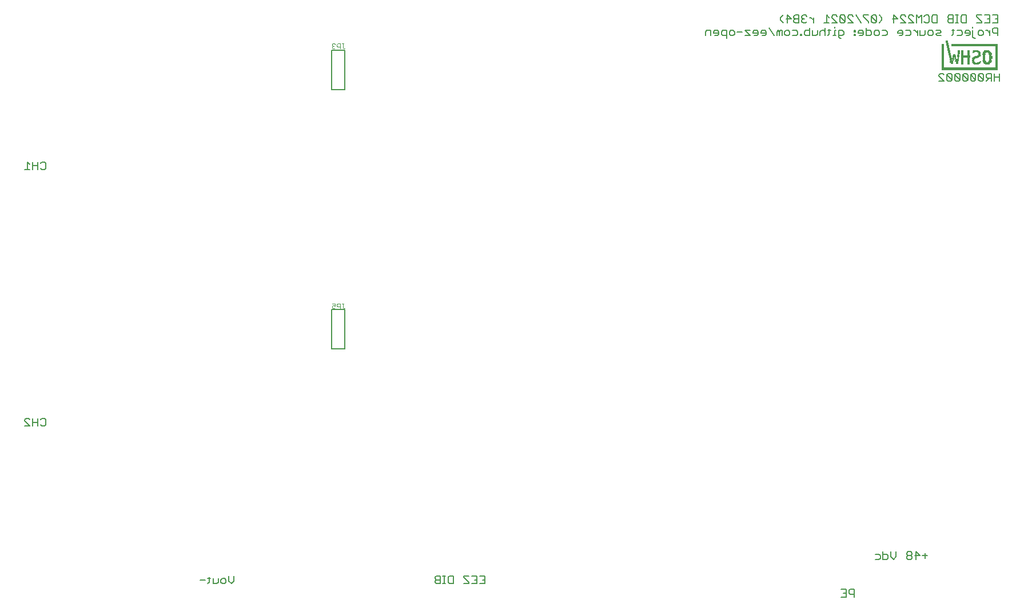
<source format=gbo>
G75*
%MOIN*%
%OFA0B0*%
%FSLAX25Y25*%
%IPPOS*%
%LPD*%
%AMOC8*
5,1,8,0,0,1.08239X$1,22.5*
%
%ADD10C,0.00500*%
%ADD11R,0.32700X0.00300*%
%ADD12R,0.01500X0.00300*%
%ADD13R,0.02700X0.00300*%
%ADD14R,0.03000X0.00300*%
%ADD15R,0.03600X0.00300*%
%ADD16R,0.04200X0.00300*%
%ADD17R,0.04800X0.00300*%
%ADD18R,0.04500X0.00300*%
%ADD19R,0.02100X0.00300*%
%ADD20R,0.01800X0.00300*%
%ADD21R,0.01200X0.00300*%
%ADD22R,0.00600X0.00300*%
%ADD23R,0.00900X0.00300*%
%ADD24R,0.02400X0.00300*%
%ADD25R,0.03300X0.00300*%
%ADD26R,0.05400X0.00300*%
%ADD27R,0.03900X0.00300*%
%ADD28R,0.27000X0.00300*%
%ADD29C,0.00600*%
%ADD30C,0.00300*%
D10*
X0214747Y0150033D02*
X0217749Y0150033D01*
X0214747Y0153036D01*
X0214747Y0153787D01*
X0215498Y0154537D01*
X0216999Y0154537D01*
X0217749Y0153787D01*
X0219351Y0154537D02*
X0219351Y0150033D01*
X0219351Y0152285D02*
X0222353Y0152285D01*
X0223955Y0150784D02*
X0224705Y0150033D01*
X0226207Y0150033D01*
X0226957Y0150784D01*
X0226957Y0153787D01*
X0226207Y0154537D01*
X0224705Y0154537D01*
X0223955Y0153787D01*
X0222353Y0154537D02*
X0222353Y0150033D01*
X0333705Y0062537D02*
X0333705Y0059535D01*
X0335206Y0058033D01*
X0336707Y0059535D01*
X0336707Y0062537D01*
X0332103Y0060285D02*
X0332103Y0058784D01*
X0331353Y0058033D01*
X0329852Y0058033D01*
X0329101Y0058784D01*
X0329101Y0060285D01*
X0329852Y0061036D01*
X0331353Y0061036D01*
X0332103Y0060285D01*
X0327499Y0061036D02*
X0327499Y0058784D01*
X0326749Y0058033D01*
X0324497Y0058033D01*
X0324497Y0061036D01*
X0322896Y0061036D02*
X0321394Y0061036D01*
X0322145Y0061787D02*
X0322145Y0058784D01*
X0321394Y0058033D01*
X0319826Y0060285D02*
X0316824Y0060285D01*
X0453866Y0059535D02*
X0453866Y0058784D01*
X0454617Y0058033D01*
X0456868Y0058033D01*
X0456868Y0062537D01*
X0454617Y0062537D01*
X0453866Y0061787D01*
X0453866Y0061036D01*
X0454617Y0060285D01*
X0456868Y0060285D01*
X0454617Y0060285D02*
X0453866Y0059535D01*
X0458436Y0058033D02*
X0459938Y0058033D01*
X0459187Y0058033D02*
X0459187Y0062537D01*
X0459938Y0062537D02*
X0458436Y0062537D01*
X0461539Y0061787D02*
X0462290Y0062537D01*
X0464542Y0062537D01*
X0464542Y0058033D01*
X0462290Y0058033D01*
X0461539Y0058784D01*
X0461539Y0061787D01*
X0470747Y0061787D02*
X0470747Y0062537D01*
X0473749Y0062537D01*
X0475351Y0062537D02*
X0478353Y0062537D01*
X0478353Y0058033D01*
X0475351Y0058033D01*
X0473749Y0058033D02*
X0470747Y0058033D01*
X0473749Y0058033D02*
X0473749Y0058784D01*
X0470747Y0061787D01*
X0476852Y0060285D02*
X0478353Y0060285D01*
X0479955Y0058033D02*
X0482957Y0058033D01*
X0482957Y0062537D01*
X0479955Y0062537D01*
X0481456Y0060285D02*
X0482957Y0060285D01*
X0690601Y0054787D02*
X0693603Y0054787D01*
X0693603Y0050283D01*
X0690601Y0050283D01*
X0692102Y0052535D02*
X0693603Y0052535D01*
X0695205Y0052535D02*
X0695955Y0051785D01*
X0698207Y0051785D01*
X0698207Y0050283D02*
X0698207Y0054787D01*
X0695955Y0054787D01*
X0695205Y0054037D01*
X0695205Y0052535D01*
X0710465Y0072268D02*
X0712717Y0072268D01*
X0713468Y0073018D01*
X0713468Y0074520D01*
X0712717Y0075270D01*
X0710465Y0075270D01*
X0715069Y0075270D02*
X0717321Y0075270D01*
X0718072Y0074520D01*
X0718072Y0073018D01*
X0717321Y0072268D01*
X0715069Y0072268D01*
X0715069Y0076772D01*
X0719673Y0076772D02*
X0719673Y0073769D01*
X0721174Y0072268D01*
X0722676Y0073769D01*
X0722676Y0076772D01*
X0728881Y0076021D02*
X0728881Y0075270D01*
X0729631Y0074520D01*
X0731133Y0074520D01*
X0731883Y0075270D01*
X0731883Y0076021D01*
X0731133Y0076772D01*
X0729631Y0076772D01*
X0728881Y0076021D01*
X0729631Y0074520D02*
X0728881Y0073769D01*
X0728881Y0073018D01*
X0729631Y0072268D01*
X0731133Y0072268D01*
X0731883Y0073018D01*
X0731883Y0073769D01*
X0731133Y0074520D01*
X0733485Y0074520D02*
X0736487Y0074520D01*
X0734235Y0076772D01*
X0734235Y0072268D01*
X0738089Y0074520D02*
X0741091Y0074520D01*
X0739590Y0076021D02*
X0739590Y0073018D01*
X0401327Y0195026D02*
X0401327Y0218041D01*
X0393587Y0218041D01*
X0393587Y0195026D01*
X0401327Y0195026D01*
X0226957Y0300534D02*
X0226207Y0299783D01*
X0224705Y0299783D01*
X0223955Y0300534D01*
X0222353Y0299783D02*
X0222353Y0304287D01*
X0223955Y0303537D02*
X0224705Y0304287D01*
X0226207Y0304287D01*
X0226957Y0303537D01*
X0226957Y0300534D01*
X0222353Y0302035D02*
X0219351Y0302035D01*
X0217749Y0302786D02*
X0216248Y0304287D01*
X0216248Y0299783D01*
X0217749Y0299783D02*
X0214747Y0299783D01*
X0219351Y0299783D02*
X0219351Y0304287D01*
X0393587Y0346526D02*
X0401327Y0346526D01*
X0401327Y0369541D01*
X0393587Y0369541D01*
X0393587Y0346526D01*
X0611679Y0378033D02*
X0611679Y0380285D01*
X0612430Y0381036D01*
X0614681Y0381036D01*
X0614681Y0378033D01*
X0616283Y0379535D02*
X0616283Y0380285D01*
X0617033Y0381036D01*
X0618535Y0381036D01*
X0619285Y0380285D01*
X0619285Y0378784D01*
X0618535Y0378033D01*
X0617033Y0378033D01*
X0616283Y0379535D02*
X0619285Y0379535D01*
X0620887Y0380285D02*
X0620887Y0378784D01*
X0621637Y0378033D01*
X0623889Y0378033D01*
X0623889Y0376532D02*
X0623889Y0381036D01*
X0621637Y0381036D01*
X0620887Y0380285D01*
X0625491Y0380285D02*
X0625491Y0378784D01*
X0626241Y0378033D01*
X0627743Y0378033D01*
X0628493Y0378784D01*
X0628493Y0380285D01*
X0627743Y0381036D01*
X0626241Y0381036D01*
X0625491Y0380285D01*
X0630095Y0380285D02*
X0633097Y0380285D01*
X0634699Y0381036D02*
X0637701Y0378033D01*
X0634699Y0378033D01*
X0634699Y0381036D02*
X0637701Y0381036D01*
X0639302Y0380285D02*
X0639302Y0379535D01*
X0642305Y0379535D01*
X0642305Y0380285D02*
X0642305Y0378784D01*
X0641554Y0378033D01*
X0640053Y0378033D01*
X0639302Y0380285D02*
X0640053Y0381036D01*
X0641554Y0381036D01*
X0642305Y0380285D01*
X0643906Y0380285D02*
X0643906Y0379535D01*
X0646909Y0379535D01*
X0646909Y0380285D02*
X0646909Y0378784D01*
X0646158Y0378033D01*
X0644657Y0378033D01*
X0643906Y0380285D02*
X0644657Y0381036D01*
X0646158Y0381036D01*
X0646909Y0380285D01*
X0648510Y0382537D02*
X0651513Y0378033D01*
X0653114Y0378033D02*
X0653114Y0380285D01*
X0653865Y0381036D01*
X0654615Y0380285D01*
X0654615Y0378033D01*
X0656117Y0378033D02*
X0656117Y0381036D01*
X0655366Y0381036D01*
X0654615Y0380285D01*
X0657718Y0380285D02*
X0657718Y0378784D01*
X0658469Y0378033D01*
X0659970Y0378033D01*
X0660721Y0378784D01*
X0660721Y0380285D01*
X0659970Y0381036D01*
X0658469Y0381036D01*
X0657718Y0380285D01*
X0662322Y0381036D02*
X0664574Y0381036D01*
X0665325Y0380285D01*
X0665325Y0378784D01*
X0664574Y0378033D01*
X0662322Y0378033D01*
X0666876Y0378033D02*
X0667627Y0378033D01*
X0667627Y0378784D01*
X0666876Y0378784D01*
X0666876Y0378033D01*
X0669228Y0378784D02*
X0669228Y0380285D01*
X0669979Y0381036D01*
X0672230Y0381036D01*
X0672230Y0382537D02*
X0672230Y0378033D01*
X0669979Y0378033D01*
X0669228Y0378784D01*
X0673832Y0378033D02*
X0673832Y0381036D01*
X0676834Y0381036D02*
X0676834Y0378784D01*
X0676084Y0378033D01*
X0673832Y0378033D01*
X0678436Y0378033D02*
X0678436Y0380285D01*
X0679186Y0381036D01*
X0680688Y0381036D01*
X0681438Y0380285D01*
X0683006Y0381036D02*
X0684508Y0381036D01*
X0683757Y0381787D02*
X0683757Y0378784D01*
X0683006Y0378033D01*
X0681438Y0378033D02*
X0681438Y0382537D01*
X0680738Y0385533D02*
X0683740Y0385533D01*
X0682239Y0385533D02*
X0682239Y0390037D01*
X0683740Y0388536D01*
X0685342Y0388536D02*
X0685342Y0389287D01*
X0686092Y0390037D01*
X0687594Y0390037D01*
X0688344Y0389287D01*
X0689946Y0389287D02*
X0692948Y0386284D01*
X0692198Y0385533D01*
X0690696Y0385533D01*
X0689946Y0386284D01*
X0689946Y0389287D01*
X0690696Y0390037D01*
X0692198Y0390037D01*
X0692948Y0389287D01*
X0692948Y0386284D01*
X0694550Y0385533D02*
X0697552Y0385533D01*
X0694550Y0388536D01*
X0694550Y0389287D01*
X0695300Y0390037D01*
X0696801Y0390037D01*
X0697552Y0389287D01*
X0699153Y0390037D02*
X0702156Y0385533D01*
X0703757Y0389287D02*
X0706760Y0386284D01*
X0706760Y0385533D01*
X0708361Y0386284D02*
X0709112Y0385533D01*
X0710613Y0385533D01*
X0711364Y0386284D01*
X0708361Y0389287D01*
X0708361Y0386284D01*
X0708361Y0389287D02*
X0709112Y0390037D01*
X0710613Y0390037D01*
X0711364Y0389287D01*
X0711364Y0386284D01*
X0712932Y0385533D02*
X0714433Y0387035D01*
X0714433Y0388536D01*
X0712932Y0390037D01*
X0706760Y0390037D02*
X0703757Y0390037D01*
X0703757Y0389287D01*
X0705292Y0382537D02*
X0705292Y0378033D01*
X0707544Y0378033D01*
X0708295Y0378784D01*
X0708295Y0380285D01*
X0707544Y0381036D01*
X0705292Y0381036D01*
X0703691Y0380285D02*
X0702940Y0381036D01*
X0701439Y0381036D01*
X0700688Y0380285D01*
X0700688Y0379535D01*
X0703691Y0379535D01*
X0703691Y0380285D02*
X0703691Y0378784D01*
X0702940Y0378033D01*
X0701439Y0378033D01*
X0699087Y0378033D02*
X0699087Y0378784D01*
X0698336Y0378784D01*
X0698336Y0378033D01*
X0699087Y0378033D01*
X0699087Y0380285D02*
X0699087Y0381036D01*
X0698336Y0381036D01*
X0698336Y0380285D01*
X0699087Y0380285D01*
X0692181Y0380285D02*
X0692181Y0378784D01*
X0691430Y0378033D01*
X0689178Y0378033D01*
X0689178Y0377283D02*
X0689178Y0381036D01*
X0691430Y0381036D01*
X0692181Y0380285D01*
X0690680Y0376532D02*
X0689929Y0376532D01*
X0689178Y0377283D01*
X0687577Y0378033D02*
X0686076Y0378033D01*
X0686826Y0378033D02*
X0686826Y0381036D01*
X0687577Y0381036D01*
X0686826Y0382537D02*
X0686826Y0383288D01*
X0685342Y0385533D02*
X0688344Y0385533D01*
X0685342Y0388536D01*
X0674532Y0388536D02*
X0674532Y0385533D01*
X0674532Y0387035D02*
X0673031Y0388536D01*
X0672281Y0388536D01*
X0670696Y0389287D02*
X0669945Y0390037D01*
X0668444Y0390037D01*
X0667693Y0389287D01*
X0667693Y0388536D01*
X0668444Y0387785D01*
X0667693Y0387035D01*
X0667693Y0386284D01*
X0668444Y0385533D01*
X0669945Y0385533D01*
X0670696Y0386284D01*
X0669195Y0387785D02*
X0668444Y0387785D01*
X0666092Y0387785D02*
X0663840Y0387785D01*
X0663089Y0387035D01*
X0663089Y0386284D01*
X0663840Y0385533D01*
X0666092Y0385533D01*
X0666092Y0390037D01*
X0663840Y0390037D01*
X0663089Y0389287D01*
X0663089Y0388536D01*
X0663840Y0387785D01*
X0661488Y0387785D02*
X0658485Y0387785D01*
X0659236Y0385533D02*
X0659236Y0390037D01*
X0661488Y0387785D01*
X0656884Y0385533D02*
X0655383Y0387035D01*
X0655383Y0388536D01*
X0656884Y0390037D01*
X0709896Y0380285D02*
X0709896Y0378784D01*
X0710647Y0378033D01*
X0712148Y0378033D01*
X0712898Y0378784D01*
X0712898Y0380285D01*
X0712148Y0381036D01*
X0710647Y0381036D01*
X0709896Y0380285D01*
X0714500Y0381036D02*
X0716752Y0381036D01*
X0717502Y0380285D01*
X0717502Y0378784D01*
X0716752Y0378033D01*
X0714500Y0378033D01*
X0723708Y0379535D02*
X0723708Y0380285D01*
X0724458Y0381036D01*
X0725960Y0381036D01*
X0726710Y0380285D01*
X0726710Y0378784D01*
X0725960Y0378033D01*
X0724458Y0378033D01*
X0723708Y0379535D02*
X0726710Y0379535D01*
X0728312Y0381036D02*
X0730564Y0381036D01*
X0731314Y0380285D01*
X0731314Y0378784D01*
X0730564Y0378033D01*
X0728312Y0378033D01*
X0732899Y0381036D02*
X0733650Y0381036D01*
X0735151Y0379535D01*
X0735151Y0381036D02*
X0735151Y0378033D01*
X0736752Y0378033D02*
X0736752Y0381036D01*
X0736752Y0378033D02*
X0739004Y0378033D01*
X0739755Y0378784D01*
X0739755Y0381036D01*
X0741356Y0380285D02*
X0742107Y0381036D01*
X0743608Y0381036D01*
X0744359Y0380285D01*
X0744359Y0378784D01*
X0743608Y0378033D01*
X0742107Y0378033D01*
X0741356Y0378784D01*
X0741356Y0380285D01*
X0745960Y0381036D02*
X0748212Y0381036D01*
X0748963Y0380285D01*
X0748212Y0379535D01*
X0746711Y0379535D01*
X0745960Y0378784D01*
X0746711Y0378033D01*
X0748963Y0378033D01*
X0755134Y0378033D02*
X0755885Y0378784D01*
X0755885Y0381787D01*
X0756636Y0381036D02*
X0755134Y0381036D01*
X0758237Y0381036D02*
X0760489Y0381036D01*
X0761240Y0380285D01*
X0761240Y0378784D01*
X0760489Y0378033D01*
X0758237Y0378033D01*
X0762841Y0379535D02*
X0762841Y0380285D01*
X0763592Y0381036D01*
X0765093Y0381036D01*
X0765844Y0380285D01*
X0765844Y0378784D01*
X0765093Y0378033D01*
X0763592Y0378033D01*
X0762841Y0379535D02*
X0765844Y0379535D01*
X0767412Y0381036D02*
X0767412Y0377283D01*
X0768162Y0376532D01*
X0768913Y0376532D01*
X0770514Y0378784D02*
X0770514Y0380285D01*
X0771265Y0381036D01*
X0772766Y0381036D01*
X0773517Y0380285D01*
X0773517Y0378784D01*
X0772766Y0378033D01*
X0771265Y0378033D01*
X0770514Y0378784D01*
X0767412Y0382537D02*
X0767412Y0383288D01*
X0769747Y0385533D02*
X0772749Y0385533D01*
X0772749Y0386284D01*
X0769747Y0389287D01*
X0769747Y0390037D01*
X0772749Y0390037D01*
X0774351Y0390037D02*
X0777353Y0390037D01*
X0777353Y0385533D01*
X0774351Y0385533D01*
X0775852Y0387785D02*
X0777353Y0387785D01*
X0778955Y0385533D02*
X0781957Y0385533D01*
X0781957Y0390037D01*
X0778955Y0390037D01*
X0780456Y0387785D02*
X0781957Y0387785D01*
X0781957Y0382537D02*
X0779705Y0382537D01*
X0778955Y0381787D01*
X0778955Y0380285D01*
X0779705Y0379535D01*
X0781957Y0379535D01*
X0781957Y0378033D02*
X0781957Y0382537D01*
X0777353Y0381036D02*
X0777353Y0378033D01*
X0777353Y0379535D02*
X0775852Y0381036D01*
X0775102Y0381036D01*
X0763542Y0385533D02*
X0761290Y0385533D01*
X0760539Y0386284D01*
X0760539Y0389287D01*
X0761290Y0390037D01*
X0763542Y0390037D01*
X0763542Y0385533D01*
X0758938Y0385533D02*
X0757436Y0385533D01*
X0758187Y0385533D02*
X0758187Y0390037D01*
X0758938Y0390037D02*
X0757436Y0390037D01*
X0755868Y0390037D02*
X0753617Y0390037D01*
X0752866Y0389287D01*
X0752866Y0388536D01*
X0753617Y0387785D01*
X0755868Y0387785D01*
X0753617Y0387785D02*
X0752866Y0387035D01*
X0752866Y0386284D01*
X0753617Y0385533D01*
X0755868Y0385533D01*
X0755868Y0390037D01*
X0746661Y0390037D02*
X0746661Y0385533D01*
X0744409Y0385533D01*
X0743658Y0386284D01*
X0743658Y0389287D01*
X0744409Y0390037D01*
X0746661Y0390037D01*
X0742057Y0389287D02*
X0742057Y0386284D01*
X0741306Y0385533D01*
X0739805Y0385533D01*
X0739054Y0386284D01*
X0737453Y0385533D02*
X0737453Y0390037D01*
X0735951Y0388536D01*
X0734450Y0390037D01*
X0734450Y0385533D01*
X0732849Y0385533D02*
X0729846Y0388536D01*
X0729846Y0389287D01*
X0730597Y0390037D01*
X0732098Y0390037D01*
X0732849Y0389287D01*
X0732849Y0385533D02*
X0729846Y0385533D01*
X0728245Y0385533D02*
X0725242Y0388536D01*
X0725242Y0389287D01*
X0725993Y0390037D01*
X0727494Y0390037D01*
X0728245Y0389287D01*
X0728245Y0385533D02*
X0725242Y0385533D01*
X0723641Y0387785D02*
X0720638Y0387785D01*
X0721389Y0385533D02*
X0721389Y0390037D01*
X0723641Y0387785D01*
X0739054Y0389287D02*
X0739805Y0390037D01*
X0741306Y0390037D01*
X0742057Y0389287D01*
D11*
X0765707Y0359133D03*
X0765707Y0358833D03*
X0765707Y0358533D03*
X0765707Y0358233D03*
X0765707Y0357933D03*
D12*
X0765107Y0361233D03*
X0765107Y0361533D03*
X0765107Y0361833D03*
X0765107Y0362133D03*
X0765107Y0362433D03*
X0765107Y0362733D03*
X0765107Y0363033D03*
X0765107Y0363333D03*
X0765107Y0363633D03*
X0765107Y0363933D03*
X0765107Y0364233D03*
X0765107Y0364533D03*
X0765107Y0364833D03*
X0765107Y0366333D03*
X0765107Y0366633D03*
X0765107Y0366933D03*
X0765107Y0367233D03*
X0765107Y0367533D03*
X0765107Y0367833D03*
X0765107Y0368133D03*
X0765107Y0368433D03*
X0765107Y0368733D03*
X0765107Y0369033D03*
X0761207Y0369033D03*
X0761207Y0368733D03*
X0761207Y0368433D03*
X0761207Y0368133D03*
X0761207Y0367833D03*
X0761207Y0367533D03*
X0761207Y0367233D03*
X0761207Y0366933D03*
X0761207Y0366633D03*
X0761207Y0366333D03*
X0761207Y0364833D03*
X0761207Y0364533D03*
X0761207Y0364233D03*
X0761207Y0363933D03*
X0761207Y0363633D03*
X0761207Y0363333D03*
X0761207Y0363033D03*
X0761207Y0362733D03*
X0761207Y0362433D03*
X0761207Y0362133D03*
X0761207Y0361833D03*
X0761207Y0361533D03*
X0761207Y0361233D03*
X0758207Y0361533D03*
X0758207Y0361833D03*
X0758207Y0362133D03*
X0758207Y0362433D03*
X0755207Y0361833D03*
X0755207Y0361533D03*
X0756707Y0366333D03*
X0756707Y0366633D03*
X0756707Y0366933D03*
X0753707Y0367833D03*
X0750107Y0367833D03*
X0750107Y0367533D03*
X0750107Y0367233D03*
X0750107Y0366933D03*
X0750107Y0366633D03*
X0750107Y0366333D03*
X0750107Y0366033D03*
X0750107Y0365733D03*
X0750107Y0365433D03*
X0750107Y0365133D03*
X0750107Y0364833D03*
X0750107Y0364533D03*
X0750107Y0364233D03*
X0750107Y0363933D03*
X0750107Y0363633D03*
X0750107Y0363333D03*
X0750107Y0363033D03*
X0750107Y0362733D03*
X0750107Y0362433D03*
X0750107Y0362133D03*
X0750107Y0361833D03*
X0750107Y0361533D03*
X0750107Y0361233D03*
X0750107Y0360933D03*
X0750107Y0360633D03*
X0750107Y0360333D03*
X0750107Y0360033D03*
X0750107Y0359733D03*
X0750107Y0359433D03*
X0750107Y0368133D03*
X0750107Y0368433D03*
X0750107Y0368733D03*
X0750107Y0369033D03*
X0750107Y0369333D03*
X0750107Y0369633D03*
X0750107Y0369933D03*
X0750107Y0370233D03*
X0750107Y0370533D03*
X0750107Y0370833D03*
X0750107Y0371133D03*
X0750107Y0371433D03*
X0750107Y0371733D03*
X0750107Y0372033D03*
X0750107Y0372333D03*
X0750107Y0372633D03*
X0750107Y0372933D03*
X0752507Y0373533D03*
X0752807Y0372033D03*
X0767507Y0363933D03*
X0767507Y0363633D03*
X0767507Y0363333D03*
X0767507Y0363033D03*
X0767807Y0362433D03*
X0767807Y0364233D03*
X0771407Y0366633D03*
X0771407Y0366933D03*
X0771407Y0367233D03*
X0771407Y0367533D03*
X0773807Y0366633D03*
X0773807Y0366333D03*
X0773807Y0366033D03*
X0773807Y0365733D03*
X0773807Y0365433D03*
X0773807Y0365133D03*
X0773807Y0364833D03*
X0773807Y0364533D03*
X0773807Y0364233D03*
X0773807Y0363933D03*
X0773807Y0363633D03*
X0777707Y0363633D03*
X0777707Y0363933D03*
X0777707Y0364233D03*
X0777707Y0366033D03*
X0777707Y0366333D03*
X0777707Y0366633D03*
X0775907Y0369333D03*
X0774107Y0367533D03*
X0781307Y0367533D03*
X0781307Y0367233D03*
X0781307Y0366933D03*
X0781307Y0366633D03*
X0781307Y0366333D03*
X0781307Y0366033D03*
X0781307Y0365733D03*
X0781307Y0365433D03*
X0781307Y0365133D03*
X0781307Y0364833D03*
X0781307Y0364533D03*
X0781307Y0364233D03*
X0781307Y0363933D03*
X0781307Y0363633D03*
X0781307Y0363333D03*
X0781307Y0363033D03*
X0781307Y0362733D03*
X0781307Y0362433D03*
X0781307Y0362133D03*
X0781307Y0361833D03*
X0781307Y0361533D03*
X0781307Y0361233D03*
X0781307Y0360933D03*
X0781307Y0360633D03*
X0781307Y0360333D03*
X0781307Y0360033D03*
X0781307Y0359733D03*
X0781307Y0359433D03*
X0781307Y0367833D03*
X0781307Y0368133D03*
X0781307Y0368433D03*
X0781307Y0368733D03*
X0781307Y0369033D03*
X0781307Y0369333D03*
X0781307Y0369633D03*
X0781307Y0369933D03*
X0781307Y0370233D03*
X0781307Y0370533D03*
X0781307Y0370833D03*
X0781307Y0371133D03*
X0781307Y0371433D03*
D13*
X0775907Y0361233D03*
D14*
X0769757Y0361233D03*
X0769157Y0369033D03*
X0775757Y0369033D03*
D15*
X0775757Y0368733D03*
X0769757Y0365433D03*
X0769157Y0365133D03*
X0775757Y0361533D03*
D16*
X0775757Y0361833D03*
X0769757Y0361533D03*
X0769457Y0368433D03*
X0775757Y0368433D03*
D17*
X0775757Y0368133D03*
X0769757Y0361833D03*
D18*
X0775907Y0362133D03*
D19*
X0774407Y0362433D03*
X0771107Y0362133D03*
X0768107Y0362133D03*
X0768107Y0364533D03*
X0770807Y0366033D03*
X0758207Y0363933D03*
X0758207Y0363633D03*
X0758207Y0363333D03*
X0756707Y0365133D03*
X0756707Y0365433D03*
X0755207Y0363333D03*
X0755207Y0363033D03*
D20*
X0755057Y0362733D03*
X0755057Y0362433D03*
X0755057Y0362133D03*
X0758057Y0362733D03*
X0758057Y0363033D03*
X0756557Y0365733D03*
X0756557Y0366033D03*
X0770957Y0368133D03*
X0771257Y0366333D03*
X0773957Y0366933D03*
X0773957Y0367233D03*
X0774257Y0367833D03*
X0777257Y0367833D03*
X0777557Y0367533D03*
X0777557Y0367233D03*
X0777557Y0366933D03*
X0777857Y0365733D03*
X0777857Y0365433D03*
X0777857Y0365133D03*
X0777857Y0364833D03*
X0777857Y0364533D03*
X0777557Y0363333D03*
X0777557Y0363033D03*
X0777557Y0362733D03*
X0777257Y0362433D03*
X0774257Y0362733D03*
X0773957Y0363033D03*
X0773957Y0363333D03*
D21*
X0771557Y0362433D03*
X0767657Y0362733D03*
X0767957Y0368133D03*
X0771257Y0367833D03*
X0759257Y0367833D03*
X0759257Y0367533D03*
X0759257Y0367233D03*
X0758957Y0366633D03*
X0758957Y0366333D03*
X0758957Y0366033D03*
X0758957Y0365733D03*
X0758957Y0365433D03*
X0759257Y0368133D03*
X0759257Y0368433D03*
X0759257Y0368733D03*
X0759257Y0369033D03*
X0755957Y0364533D03*
X0755957Y0364233D03*
X0754457Y0364233D03*
X0754457Y0363933D03*
X0754457Y0363633D03*
X0754457Y0364533D03*
X0754457Y0364833D03*
X0754157Y0365133D03*
X0754157Y0365433D03*
X0754157Y0365733D03*
X0754157Y0366033D03*
X0754157Y0366333D03*
X0753857Y0366633D03*
X0753857Y0366933D03*
X0753857Y0367233D03*
X0753857Y0367533D03*
X0753557Y0368133D03*
X0753557Y0368433D03*
X0753557Y0368733D03*
X0753557Y0369033D03*
X0753257Y0369333D03*
X0753257Y0369633D03*
X0753257Y0369933D03*
X0753257Y0370233D03*
X0753257Y0370533D03*
X0752957Y0370833D03*
X0752957Y0371133D03*
X0752957Y0371433D03*
X0752957Y0371733D03*
X0752657Y0372333D03*
X0752657Y0372633D03*
X0752657Y0372933D03*
X0752657Y0373233D03*
X0752357Y0373833D03*
X0752357Y0374133D03*
X0752357Y0374433D03*
X0752357Y0374733D03*
D22*
X0767657Y0367833D03*
X0771857Y0362733D03*
D23*
X0769307Y0369333D03*
X0759107Y0366933D03*
X0758807Y0365133D03*
X0758807Y0364833D03*
X0758807Y0364533D03*
X0757307Y0364533D03*
X0757307Y0364833D03*
X0756107Y0364833D03*
X0755807Y0363933D03*
X0755807Y0363633D03*
D24*
X0758057Y0364233D03*
D25*
X0768707Y0364833D03*
X0770207Y0365733D03*
D26*
X0763157Y0365733D03*
X0763157Y0365433D03*
X0763157Y0365133D03*
X0763157Y0366033D03*
D27*
X0769307Y0368733D03*
D28*
X0768557Y0371733D03*
X0768557Y0372033D03*
X0768557Y0372333D03*
X0768557Y0372633D03*
X0768557Y0372933D03*
D29*
X0768362Y0355987D02*
X0766894Y0355987D01*
X0766160Y0355253D01*
X0769096Y0352317D01*
X0768362Y0351583D01*
X0766894Y0351583D01*
X0766160Y0352317D01*
X0766160Y0355253D01*
X0764492Y0355253D02*
X0763758Y0355987D01*
X0762290Y0355987D01*
X0761556Y0355253D01*
X0764492Y0352317D01*
X0763758Y0351583D01*
X0762290Y0351583D01*
X0761556Y0352317D01*
X0761556Y0355253D01*
X0759888Y0355253D02*
X0759154Y0355987D01*
X0757686Y0355987D01*
X0756952Y0355253D01*
X0759888Y0352317D01*
X0759154Y0351583D01*
X0757686Y0351583D01*
X0756952Y0352317D01*
X0756952Y0355253D01*
X0755284Y0355253D02*
X0754550Y0355987D01*
X0753082Y0355987D01*
X0752348Y0355253D01*
X0755284Y0352317D01*
X0754550Y0351583D01*
X0753082Y0351583D01*
X0752348Y0352317D01*
X0752348Y0355253D01*
X0750680Y0355253D02*
X0749946Y0355987D01*
X0748478Y0355987D01*
X0747744Y0355253D01*
X0747744Y0354519D01*
X0750680Y0351583D01*
X0747744Y0351583D01*
X0755284Y0352317D02*
X0755284Y0355253D01*
X0759888Y0355253D02*
X0759888Y0352317D01*
X0764492Y0352317D02*
X0764492Y0355253D01*
X0768362Y0355987D02*
X0769096Y0355253D01*
X0769096Y0352317D01*
X0770764Y0352317D02*
X0771498Y0351583D01*
X0772966Y0351583D01*
X0773699Y0352317D01*
X0770764Y0355253D01*
X0770764Y0352317D01*
X0773699Y0352317D02*
X0773699Y0355253D01*
X0772966Y0355987D01*
X0771498Y0355987D01*
X0770764Y0355253D01*
X0775368Y0355253D02*
X0775368Y0353785D01*
X0776102Y0353051D01*
X0778303Y0353051D01*
X0776836Y0353051D02*
X0775368Y0351583D01*
X0778303Y0351583D02*
X0778303Y0355987D01*
X0776102Y0355987D01*
X0775368Y0355253D01*
X0779972Y0355987D02*
X0779972Y0351583D01*
X0779972Y0353785D02*
X0782907Y0353785D01*
X0782907Y0351583D02*
X0782907Y0355987D01*
D30*
X0401647Y0370967D02*
X0401163Y0370483D01*
X0400679Y0370483D01*
X0400196Y0370967D01*
X0400196Y0373386D01*
X0400679Y0373386D02*
X0399712Y0373386D01*
X0398700Y0373386D02*
X0397249Y0373386D01*
X0396765Y0372902D01*
X0396765Y0371935D01*
X0397249Y0371451D01*
X0398700Y0371451D01*
X0398700Y0370483D02*
X0398700Y0373386D01*
X0395754Y0372902D02*
X0395270Y0373386D01*
X0394303Y0373386D01*
X0393819Y0372902D01*
X0393819Y0372418D01*
X0394303Y0371935D01*
X0393819Y0371451D01*
X0393819Y0370967D01*
X0394303Y0370483D01*
X0395270Y0370483D01*
X0395754Y0370967D01*
X0394786Y0371935D02*
X0394303Y0371935D01*
X0393819Y0221636D02*
X0395754Y0221636D01*
X0395754Y0220185D01*
X0394786Y0220668D01*
X0394303Y0220668D01*
X0393819Y0220185D01*
X0393819Y0219217D01*
X0394303Y0218733D01*
X0395270Y0218733D01*
X0395754Y0219217D01*
X0396765Y0220185D02*
X0397249Y0219701D01*
X0398700Y0219701D01*
X0398700Y0218733D02*
X0398700Y0221636D01*
X0397249Y0221636D01*
X0396765Y0221152D01*
X0396765Y0220185D01*
X0399712Y0221636D02*
X0400679Y0221636D01*
X0400196Y0221636D02*
X0400196Y0219217D01*
X0400679Y0218733D01*
X0401163Y0218733D01*
X0401647Y0219217D01*
M02*

</source>
